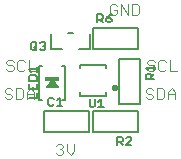
<source format=gbr>
G04 EAGLE Gerber RS-274X export*
G75*
%MOMM*%
%FSLAX34Y34*%
%LPD*%
%INSilkscreen Top*%
%IPPOS*%
%AMOC8*
5,1,8,0,0,1.08239X$1,22.5*%
G01*
%ADD10C,0.101600*%
%ADD11C,0.127000*%
%ADD12C,0.300000*%
%ADD13C,0.152400*%
%ADD14C,0.203200*%
%ADD15R,1.200000X0.300000*%

G36*
X-28203Y-7857D02*
X-28203Y-7857D01*
X-28175Y-7859D01*
X-28082Y-7837D01*
X-27987Y-7822D01*
X-27963Y-7809D01*
X-27936Y-7802D01*
X-27854Y-7751D01*
X-27770Y-7706D01*
X-27751Y-7686D01*
X-27727Y-7672D01*
X-27667Y-7598D01*
X-27601Y-7528D01*
X-27589Y-7503D01*
X-27571Y-7482D01*
X-27537Y-7392D01*
X-27497Y-7305D01*
X-27494Y-7278D01*
X-27484Y-7252D01*
X-27480Y-7156D01*
X-27470Y-7061D01*
X-27476Y-7034D01*
X-27475Y-7006D01*
X-27502Y-6914D01*
X-27522Y-6820D01*
X-27536Y-6796D01*
X-27544Y-6770D01*
X-27633Y-6628D01*
X-32443Y-548D01*
X-32523Y-475D01*
X-32599Y-399D01*
X-32613Y-393D01*
X-32625Y-382D01*
X-32724Y-338D01*
X-32820Y-291D01*
X-32836Y-289D01*
X-32850Y-283D01*
X-32957Y-273D01*
X-33064Y-259D01*
X-33079Y-262D01*
X-33095Y-261D01*
X-33200Y-286D01*
X-33305Y-307D01*
X-33319Y-314D01*
X-33334Y-318D01*
X-33425Y-375D01*
X-33519Y-428D01*
X-33532Y-442D01*
X-33543Y-448D01*
X-33562Y-471D01*
X-33637Y-548D01*
X-38447Y-6628D01*
X-38460Y-6652D01*
X-38480Y-6672D01*
X-38520Y-6759D01*
X-38566Y-6843D01*
X-38571Y-6870D01*
X-38583Y-6895D01*
X-38594Y-6990D01*
X-38611Y-7085D01*
X-38607Y-7112D01*
X-38610Y-7139D01*
X-38590Y-7233D01*
X-38576Y-7328D01*
X-38564Y-7353D01*
X-38558Y-7380D01*
X-38509Y-7462D01*
X-38466Y-7548D01*
X-38446Y-7567D01*
X-38432Y-7591D01*
X-38359Y-7653D01*
X-38291Y-7721D01*
X-38266Y-7733D01*
X-38245Y-7751D01*
X-38156Y-7787D01*
X-38070Y-7829D01*
X-38042Y-7832D01*
X-38017Y-7843D01*
X-37850Y-7861D01*
X-28230Y-7861D01*
X-28203Y-7857D01*
G37*
D10*
X-65781Y14485D02*
X-67306Y16010D01*
X-70357Y16010D01*
X-71882Y14485D01*
X-71882Y12959D01*
X-70357Y11434D01*
X-67306Y11434D01*
X-65781Y9909D01*
X-65781Y8383D01*
X-67306Y6858D01*
X-70357Y6858D01*
X-71882Y8383D01*
X-57951Y16010D02*
X-56426Y14485D01*
X-57951Y16010D02*
X-61002Y16010D01*
X-62527Y14485D01*
X-62527Y8383D01*
X-61002Y6858D01*
X-57951Y6858D01*
X-56426Y8383D01*
X-53172Y6858D02*
X-53172Y16010D01*
X-53172Y6858D02*
X-47070Y6858D01*
X52074Y16010D02*
X53599Y14485D01*
X52074Y16010D02*
X49023Y16010D01*
X47498Y14485D01*
X47498Y12959D01*
X49023Y11434D01*
X52074Y11434D01*
X53599Y9909D01*
X53599Y8383D01*
X52074Y6858D01*
X49023Y6858D01*
X47498Y8383D01*
X61429Y16010D02*
X62954Y14485D01*
X61429Y16010D02*
X58378Y16010D01*
X56853Y14485D01*
X56853Y8383D01*
X58378Y6858D01*
X61429Y6858D01*
X62954Y8383D01*
X66208Y6858D02*
X66208Y16010D01*
X66208Y6858D02*
X72310Y6858D01*
X-67051Y-9646D02*
X-68576Y-8120D01*
X-71627Y-8120D01*
X-73152Y-9646D01*
X-73152Y-11171D01*
X-71627Y-12696D01*
X-68576Y-12696D01*
X-67051Y-14221D01*
X-67051Y-15747D01*
X-68576Y-17272D01*
X-71627Y-17272D01*
X-73152Y-15747D01*
X-63797Y-17272D02*
X-63797Y-8120D01*
X-63797Y-17272D02*
X-59221Y-17272D01*
X-57696Y-15747D01*
X-57696Y-9646D01*
X-59221Y-8120D01*
X-63797Y-8120D01*
X-54442Y-11171D02*
X-54442Y-17272D01*
X-54442Y-11171D02*
X-51391Y-8120D01*
X-48340Y-11171D01*
X-48340Y-17272D01*
X-48340Y-12696D02*
X-54442Y-12696D01*
X50804Y-8120D02*
X52329Y-9646D01*
X50804Y-8120D02*
X47753Y-8120D01*
X46228Y-9646D01*
X46228Y-11171D01*
X47753Y-12696D01*
X50804Y-12696D01*
X52329Y-14221D01*
X52329Y-15747D01*
X50804Y-17272D01*
X47753Y-17272D01*
X46228Y-15747D01*
X55583Y-17272D02*
X55583Y-8120D01*
X55583Y-17272D02*
X60159Y-17272D01*
X61684Y-15747D01*
X61684Y-9646D01*
X60159Y-8120D01*
X55583Y-8120D01*
X64938Y-11171D02*
X64938Y-17272D01*
X64938Y-11171D02*
X67989Y-8120D01*
X71040Y-11171D01*
X71040Y-17272D01*
X71040Y-12696D02*
X64938Y-12696D01*
X-28447Y-55110D02*
X-29972Y-56636D01*
X-28447Y-55110D02*
X-25396Y-55110D01*
X-23871Y-56636D01*
X-23871Y-58161D01*
X-25396Y-59686D01*
X-26921Y-59686D01*
X-25396Y-59686D02*
X-23871Y-61211D01*
X-23871Y-62737D01*
X-25396Y-64262D01*
X-28447Y-64262D01*
X-29972Y-62737D01*
X-20617Y-61211D02*
X-20617Y-55110D01*
X-20617Y-61211D02*
X-17566Y-64262D01*
X-14516Y-61211D01*
X-14516Y-55110D01*
X21849Y61475D02*
X20324Y63000D01*
X17273Y63000D01*
X15748Y61475D01*
X15748Y55373D01*
X17273Y53848D01*
X20324Y53848D01*
X21849Y55373D01*
X21849Y58424D01*
X18799Y58424D01*
X25103Y53848D02*
X25103Y63000D01*
X31204Y53848D01*
X31204Y63000D01*
X34458Y63000D02*
X34458Y53848D01*
X39034Y53848D01*
X40560Y55373D01*
X40560Y61475D01*
X39034Y63000D01*
X34458Y63000D01*
D11*
X12270Y-11270D02*
X12270Y-14270D01*
X-9730Y-14270D01*
X-9730Y-11270D01*
X12270Y8730D02*
X12270Y11730D01*
X-9730Y11730D01*
X-9730Y8730D01*
D12*
X19270Y-7770D02*
X19272Y-7707D01*
X19278Y-7645D01*
X19288Y-7583D01*
X19301Y-7521D01*
X19319Y-7461D01*
X19340Y-7402D01*
X19365Y-7344D01*
X19394Y-7288D01*
X19426Y-7234D01*
X19461Y-7182D01*
X19499Y-7133D01*
X19541Y-7085D01*
X19585Y-7041D01*
X19633Y-6999D01*
X19682Y-6961D01*
X19734Y-6926D01*
X19788Y-6894D01*
X19844Y-6865D01*
X19902Y-6840D01*
X19961Y-6819D01*
X20021Y-6801D01*
X20083Y-6788D01*
X20145Y-6778D01*
X20207Y-6772D01*
X20270Y-6770D01*
X20333Y-6772D01*
X20395Y-6778D01*
X20457Y-6788D01*
X20519Y-6801D01*
X20579Y-6819D01*
X20638Y-6840D01*
X20696Y-6865D01*
X20752Y-6894D01*
X20806Y-6926D01*
X20858Y-6961D01*
X20907Y-6999D01*
X20955Y-7041D01*
X20999Y-7085D01*
X21041Y-7133D01*
X21079Y-7182D01*
X21114Y-7234D01*
X21146Y-7288D01*
X21175Y-7344D01*
X21200Y-7402D01*
X21221Y-7461D01*
X21239Y-7521D01*
X21252Y-7583D01*
X21262Y-7645D01*
X21268Y-7707D01*
X21270Y-7770D01*
X21268Y-7833D01*
X21262Y-7895D01*
X21252Y-7957D01*
X21239Y-8019D01*
X21221Y-8079D01*
X21200Y-8138D01*
X21175Y-8196D01*
X21146Y-8252D01*
X21114Y-8306D01*
X21079Y-8358D01*
X21041Y-8407D01*
X20999Y-8455D01*
X20955Y-8499D01*
X20907Y-8541D01*
X20858Y-8579D01*
X20806Y-8614D01*
X20752Y-8646D01*
X20696Y-8675D01*
X20638Y-8700D01*
X20579Y-8721D01*
X20519Y-8739D01*
X20457Y-8752D01*
X20395Y-8762D01*
X20333Y-8768D01*
X20270Y-8770D01*
X20207Y-8768D01*
X20145Y-8762D01*
X20083Y-8752D01*
X20021Y-8739D01*
X19961Y-8721D01*
X19902Y-8700D01*
X19844Y-8675D01*
X19788Y-8646D01*
X19734Y-8614D01*
X19682Y-8579D01*
X19633Y-8541D01*
X19585Y-8499D01*
X19541Y-8455D01*
X19499Y-8407D01*
X19461Y-8358D01*
X19426Y-8306D01*
X19394Y-8252D01*
X19365Y-8196D01*
X19340Y-8138D01*
X19319Y-8079D01*
X19301Y-8019D01*
X19288Y-7957D01*
X19278Y-7895D01*
X19272Y-7833D01*
X19270Y-7770D01*
D13*
X-1506Y-17226D02*
X-1506Y-22734D01*
X-405Y-23836D01*
X1799Y-23836D01*
X2900Y-22734D01*
X2900Y-17226D01*
X5978Y-19430D02*
X8181Y-17226D01*
X8181Y-23836D01*
X5978Y-23836D02*
X10384Y-23836D01*
D14*
X-2200Y-27290D02*
X-40300Y-27290D01*
X-2200Y-27290D02*
X-2200Y-45070D01*
X-40300Y-45070D01*
X-40300Y-27290D01*
D13*
X-31957Y-17210D02*
X-33058Y-16108D01*
X-35261Y-16108D01*
X-36363Y-17210D01*
X-36363Y-21616D01*
X-35261Y-22718D01*
X-33058Y-22718D01*
X-31957Y-21616D01*
X-28879Y-18312D02*
X-26676Y-16108D01*
X-26676Y-22718D01*
X-28879Y-22718D02*
X-24472Y-22718D01*
D14*
X41580Y-21250D02*
X41580Y16850D01*
X41580Y-21250D02*
X23800Y-21250D01*
X23800Y16850D01*
X41580Y16850D01*
D13*
X46146Y-531D02*
X52756Y-531D01*
X46146Y-531D02*
X46146Y2774D01*
X47248Y3875D01*
X49451Y3875D01*
X50553Y2774D01*
X50553Y-531D01*
X50553Y1672D02*
X52756Y3875D01*
X48350Y6953D02*
X46146Y9156D01*
X52756Y9156D01*
X52756Y6953D02*
X52756Y11359D01*
D14*
X39440Y-44860D02*
X1340Y-44860D01*
X1340Y-27080D01*
X39440Y-27080D01*
X39440Y-44860D01*
D13*
X22059Y-49426D02*
X22059Y-56036D01*
X22059Y-49426D02*
X25364Y-49426D01*
X26465Y-50528D01*
X26465Y-52731D01*
X25364Y-53833D01*
X22059Y-53833D01*
X24262Y-53833D02*
X26465Y-56036D01*
X29543Y-56036D02*
X33949Y-56036D01*
X29543Y-56036D02*
X33949Y-51630D01*
X33949Y-50528D01*
X32848Y-49426D01*
X30644Y-49426D01*
X29543Y-50528D01*
D11*
X-41540Y-18060D02*
X-44040Y-18060D01*
X-44040Y10940D01*
X-42040Y10940D01*
X-41540Y10940D01*
X-24540Y-18060D02*
X-22040Y-18060D01*
X-22040Y10940D01*
X-24540Y10940D01*
D15*
X-33040Y-60D03*
D13*
X-46302Y-16548D02*
X-52912Y-16548D01*
X-46302Y-16548D02*
X-46302Y-12142D01*
X-52912Y-9064D02*
X-52912Y-4657D01*
X-52912Y-9064D02*
X-46302Y-9064D01*
X-46302Y-4657D01*
X-49607Y-6861D02*
X-49607Y-9064D01*
X-52912Y-1580D02*
X-46302Y-1580D01*
X-46302Y1725D01*
X-47404Y2827D01*
X-51810Y2827D01*
X-52912Y1725D01*
X-52912Y-1580D01*
X-50708Y5904D02*
X-52912Y8108D01*
X-46302Y8108D01*
X-46302Y10311D02*
X-46302Y5904D01*
D14*
X-896Y25076D02*
X-896Y38204D01*
X-896Y25076D02*
X-10484Y25076D01*
X-34344Y25076D02*
X-34344Y38204D01*
X-34344Y25076D02*
X-24756Y25076D01*
X-19844Y38284D02*
X-15256Y38284D01*
D13*
X-50876Y29822D02*
X-50876Y25416D01*
X-50876Y29822D02*
X-49775Y30924D01*
X-47572Y30924D01*
X-46470Y29822D01*
X-46470Y25416D01*
X-47572Y24314D01*
X-49775Y24314D01*
X-50876Y25416D01*
X-48673Y26517D02*
X-46470Y24314D01*
X-43392Y29822D02*
X-42291Y30924D01*
X-40087Y30924D01*
X-38986Y29822D01*
X-38986Y28720D01*
X-40087Y27619D01*
X-41189Y27619D01*
X-40087Y27619D02*
X-38986Y26517D01*
X-38986Y25416D01*
X-40087Y24314D01*
X-42291Y24314D01*
X-43392Y25416D01*
D14*
X1270Y43180D02*
X39370Y43180D01*
X39370Y25400D01*
X1270Y25400D01*
X1270Y43180D01*
D13*
X5207Y47752D02*
X5207Y54362D01*
X8512Y54362D01*
X9613Y53260D01*
X9613Y51057D01*
X8512Y49955D01*
X5207Y49955D01*
X7410Y49955D02*
X9613Y47752D01*
X14894Y53260D02*
X17098Y54362D01*
X14894Y53260D02*
X12691Y51057D01*
X12691Y48854D01*
X13793Y47752D01*
X15996Y47752D01*
X17098Y48854D01*
X17098Y49955D01*
X15996Y51057D01*
X12691Y51057D01*
M02*

</source>
